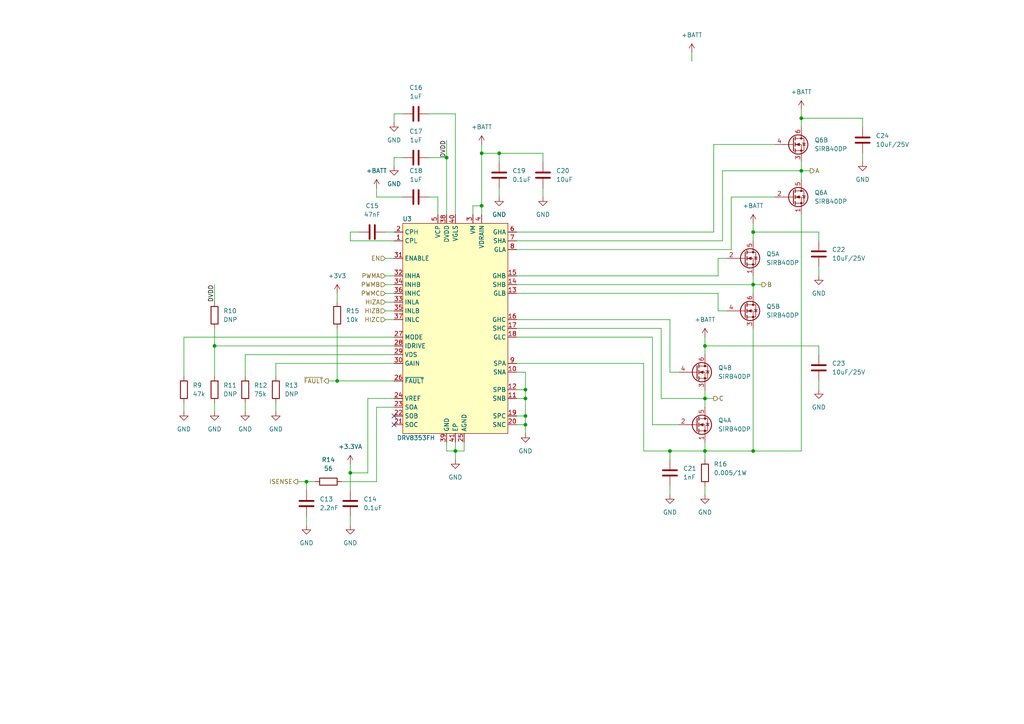
<source format=kicad_sch>
(kicad_sch (version 20210621) (generator eeschema)
  (paper "A4")
  (lib_symbols
    (symbol "Device:C" (pin_numbers hide) (pin_names (offset 0.254))
      (property "Reference" "C" (at 0.635 2.54 0))
      (property "Value" "C" (at 0.635 -2.54 0))
      (symbol "C_0_1"
        (polyline (pts (xy -2.032 -0.762) (xy 2.032 -0.762)) (stroke (width 0.508)))
        (polyline (pts (xy -2.032 0.762) (xy 2.032 0.762)) (stroke (width 0.508)))
      )
      (symbol "C_1_1"
        (pin passive line (at 0 3.81 270) (length 2.794) (name "~") (number "1"))
        (pin passive line (at 0 -3.81 90) (length 2.794) (name "~") (number "2"))
      )
    )
    (symbol "Device:R" (pin_numbers hide) (pin_names (offset 0))
      (property "Reference" "R" (at 2.032 0 90))
      (property "Value" "R" (at 0 0 90))
      (symbol "R_0_1"
        (rectangle (start -1.016 -2.54) (end 1.016 2.54) (stroke (width 0.254)))
      )
      (symbol "R_1_1"
        (pin passive line (at 0 3.81 270) (length 1.27) (name "~") (number "1"))
        (pin passive line (at 0 -3.81 90) (length 1.27) (name "~") (number "2"))
      )
    )
    (symbol "multiesc_symbols:DRV8353FH"
      (property "Reference" "U" (at -13.97 31.75 0))
      (property "Value" "DRV8353FH" (at -11.43 -31.75 0))
      (symbol "DRV8353FH_0_1"
        (rectangle (start -15.24 30.48) (end 15.24 -30.48) (stroke (width 0.1524)) (fill (type background)))
      )
      (symbol "DRV8353FH_1_1"
        (pin passive line (at -17.78 25.4 0) (length 2.54) (name "CPL") (number "1"))
        (pin input line (at 17.78 -12.7 180) (length 2.54) (name "SNA") (number "10"))
        (pin input line (at 17.78 -20.32 180) (length 2.54) (name "SNB") (number "11"))
        (pin input line (at 17.78 -17.78 180) (length 2.54) (name "SPB") (number "12"))
        (pin output line (at 17.78 10.16 180) (length 2.54) (name "GLB") (number "13"))
        (pin input line (at 17.78 12.7 180) (length 2.54) (name "SHB") (number "14"))
        (pin output line (at 17.78 15.24 180) (length 2.54) (name "GHB") (number "15"))
        (pin output line (at 17.78 2.54 180) (length 2.54) (name "GHC") (number "16"))
        (pin input line (at 17.78 0 180) (length 2.54) (name "SHC") (number "17"))
        (pin output line (at 17.78 -2.54 180) (length 2.54) (name "GLC") (number "18"))
        (pin input line (at 17.78 -25.4 180) (length 2.54) (name "SPC") (number "19"))
        (pin passive line (at -17.78 27.94 0) (length 2.54) (name "CPH") (number "2"))
        (pin input line (at 17.78 -27.94 180) (length 2.54) (name "SNC") (number "20"))
        (pin output line (at -17.78 -27.94 0) (length 2.54) (name "SOC") (number "21"))
        (pin output line (at -17.78 -25.4 0) (length 2.54) (name "SOB") (number "22"))
        (pin output line (at -17.78 -22.86 0) (length 2.54) (name "SOA") (number "23"))
        (pin power_in line (at -17.78 -20.32 0) (length 2.54) (name "VREF") (number "24"))
        (pin power_in line (at 2.54 -33.02 90) (length 2.54) (name "AGND") (number "25"))
        (pin open_collector line (at -17.78 -15.24 0) (length 2.54) (name "~{FAULT}") (number "26"))
        (pin input line (at -17.78 -2.54 0) (length 2.54) (name "MODE") (number "27"))
        (pin input line (at -17.78 -5.08 0) (length 2.54) (name "IDRIVE") (number "28"))
        (pin input line (at -17.78 -7.62 0) (length 2.54) (name "VDS") (number "29"))
        (pin power_in line (at 5.08 33.02 270) (length 2.54) (name "VM") (number "3"))
        (pin input line (at -17.78 -10.16 0) (length 2.54) (name "GAIN") (number "30"))
        (pin input line (at -17.78 20.32 0) (length 2.54) (name "ENABLE") (number "31"))
        (pin input line (at -17.78 15.24 0) (length 2.54) (name "INHA") (number "32"))
        (pin input line (at -17.78 7.62 0) (length 2.54) (name "INLA") (number "33"))
        (pin input line (at -17.78 12.7 0) (length 2.54) (name "INHB") (number "34"))
        (pin input line (at -17.78 5.08 0) (length 2.54) (name "INLB") (number "35"))
        (pin input line (at -17.78 10.16 0) (length 2.54) (name "INHC") (number "36"))
        (pin input line (at -17.78 2.54 0) (length 2.54) (name "INLC") (number "37"))
        (pin power_out line (at -2.54 33.02 270) (length 2.54) (name "DVDD") (number "38"))
        (pin power_in line (at -2.54 -33.02 90) (length 2.54) (name "GND") (number "39"))
        (pin input line (at 7.62 33.02 270) (length 2.54) (name "VDRAIN") (number "4"))
        (pin power_out line (at 0 33.02 270) (length 2.54) (name "VGLS") (number "40"))
        (pin power_in line (at 0 -33.02 90) (length 2.54) (name "EP") (number "41"))
        (pin power_out line (at -5.08 33.02 270) (length 2.54) (name "VCP") (number "5"))
        (pin output line (at 17.78 27.94 180) (length 2.54) (name "GHA") (number "6"))
        (pin input line (at 17.78 25.4 180) (length 2.54) (name "SHA") (number "7"))
        (pin output line (at 17.78 22.86 180) (length 2.54) (name "GLA") (number "8"))
        (pin input line (at 17.78 -10.16 180) (length 2.54) (name "SPA") (number "9"))
      )
    )
    (symbol "multiesc_symbols:Q_Dual_NMOS_S1G1S2G2D2D1" (pin_names (offset 0) hide)
      (property "Reference" "Q" (at 6.35 1.27 0))
      (property "Value" "Q_Dual_NMOS_S1G1S2G2D2D1" (at 19.05 -1.27 0))
      (symbol "Q_Dual_NMOS_S1G1S2G2D2D1_0_1"
        (circle (center 1.651 0) (radius 2.794) (stroke (width 0.254)))
        (circle (center 2.54 -1.778) (radius 0.254) (fill (type outline)))
        (circle (center 2.54 1.778) (radius 0.254) (fill (type outline)))
        (polyline (pts (xy 0.254 0) (xy -2.54 0)))
        (polyline (pts (xy 0.254 1.905) (xy 0.254 -1.905)) (stroke (width 0.254)))
        (polyline (pts (xy 0.762 -1.27) (xy 0.762 -2.286)) (stroke (width 0.254)))
        (polyline (pts (xy 0.762 0.508) (xy 0.762 -0.508)) (stroke (width 0.254)))
        (polyline (pts (xy 0.762 2.286) (xy 0.762 1.27)) (stroke (width 0.254)))
        (polyline (pts (xy 2.54 2.54) (xy 2.54 1.778)))
        (polyline (pts (xy 2.54 -2.54) (xy 2.54 0) (xy 0.762 0)))
        (polyline (pts (xy 0.762 -1.778) (xy 3.302 -1.778) (xy 3.302 1.778) (xy 0.762 1.778)))
        (polyline (pts (xy 2.794 0.508) (xy 2.921 0.381) (xy 3.683 0.381) (xy 3.81 0.254)))
        (polyline (pts (xy 3.302 0.381) (xy 2.921 -0.254) (xy 3.683 -0.254) (xy 3.302 0.381)))
        (polyline (pts (xy 1.016 0) (xy 2.032 0.381) (xy 2.032 -0.381) (xy 1.016 0)) (fill (type outline)))
      )
      (symbol "Q_Dual_NMOS_S1G1S2G2D2D1_1_1"
        (pin passive line (at 2.54 -5.08 90) (length 2.54) (name "S") (number "1"))
        (pin input line (at -5.08 0 0) (length 2.54) (name "G") (number "2"))
        (pin passive line (at 2.54 5.08 270) (length 2.54) (name "D") (number "5"))
      )
      (symbol "Q_Dual_NMOS_S1G1S2G2D2D1_2_1"
        (pin passive line (at 2.54 -5.08 90) (length 2.54) (name "S") (number "3"))
        (pin input line (at -5.08 0 0) (length 2.54) (name "G") (number "4"))
        (pin passive line (at 2.54 5.08 270) (length 2.54) (name "D") (number "6"))
      )
    )
    (symbol "power:+3.3V" (power) (pin_names (offset 0))
      (property "Value" "+3.3V" (at 0 3.556 0))
      (symbol "+3.3V_0_1"
        (polyline (pts (xy -0.762 1.27) (xy 0 2.54)))
        (polyline (pts (xy 0 0) (xy 0 2.54)))
        (polyline (pts (xy 0 2.54) (xy 0.762 1.27)))
      )
      (symbol "+3.3V_1_1"
        (pin power_in line (at 0 0 90) (length 0) hide (name "+3V3") (number "1"))
      )
    )
    (symbol "power:+3.3VA" (power) (pin_names (offset 0))
      (property "Value" "+3.3VA" (at 0 3.556 0))
      (symbol "+3.3VA_0_1"
        (polyline (pts (xy -0.762 1.27) (xy 0 2.54)))
        (polyline (pts (xy 0 0) (xy 0 2.54)))
        (polyline (pts (xy 0 2.54) (xy 0.762 1.27)))
      )
      (symbol "+3.3VA_1_1"
        (pin power_in line (at 0 0 90) (length 0) hide (name "+3.3VA") (number "1"))
      )
    )
    (symbol "power:+BATT" (power) (pin_names (offset 0))
      (property "Value" "+BATT" (at 0 3.556 0))
      (symbol "+BATT_0_1"
        (polyline (pts (xy -0.762 1.27) (xy 0 2.54)))
        (polyline (pts (xy 0 0) (xy 0 2.54)))
        (polyline (pts (xy 0 2.54) (xy 0.762 1.27)))
      )
      (symbol "+BATT_1_1"
        (pin power_in line (at 0 0 90) (length 0) hide (name "+BATT") (number "1"))
      )
    )
    (symbol "power:GND" (power) (pin_names (offset 0))
      (property "Value" "GND" (at 0 -3.81 0))
      (symbol "GND_0_1"
        (polyline (pts (xy 0 0) (xy 0 -1.27) (xy 1.27 -1.27) (xy 0 -2.54) (xy -1.27 -1.27) (xy 0 -1.27)))
      )
      (symbol "GND_1_1"
        (pin power_in line (at 0 0 270) (length 0) hide (name "GND") (number "1"))
      )
    )
  )
  (junction (at 62.23 100.33) (diameter 0.9144))
  (junction (at 88.9 139.7) (diameter 0.9144))
  (junction (at 97.79 110.49) (diameter 0.9144))
  (junction (at 101.6 137.16) (diameter 0.9144))
  (junction (at 129.54 45.72) (diameter 0.9144))
  (junction (at 132.08 130.81) (diameter 0.9144))
  (junction (at 139.7 44.45) (diameter 0.9144))
  (junction (at 139.7 59.69) (diameter 0.9144))
  (junction (at 144.78 44.45) (diameter 0.9144))
  (junction (at 152.4 113.03) (diameter 0.9144))
  (junction (at 152.4 115.57) (diameter 0.9144))
  (junction (at 152.4 120.65) (diameter 0.9144))
  (junction (at 152.4 123.19) (diameter 0.9144))
  (junction (at 194.31 130.81) (diameter 0.9144))
  (junction (at 204.47 100.33) (diameter 0.9144))
  (junction (at 204.47 115.57) (diameter 0.9144))
  (junction (at 204.47 130.81) (diameter 0.9144))
  (junction (at 218.44 67.31) (diameter 0.9144))
  (junction (at 218.44 82.55) (diameter 0.9144))
  (junction (at 218.44 130.81) (diameter 0.9144))
  (junction (at 232.41 34.29) (diameter 0.9144))
  (junction (at 232.41 49.53) (diameter 0.9144))
  (no_connect (at 114.3 120.65))
  (no_connect (at 114.3 123.19))
  (wire (pts (xy 53.34 97.79) (xy 53.34 109.22)))
  (wire (pts (xy 53.34 116.84) (xy 53.34 119.38)))
  (wire (pts (xy 62.23 82.55) (xy 62.23 87.63)))
  (wire (pts (xy 62.23 95.25) (xy 62.23 100.33)))
  (wire (pts (xy 62.23 100.33) (xy 62.23 109.22)))
  (wire (pts (xy 62.23 116.84) (xy 62.23 119.38)))
  (wire (pts (xy 71.12 102.87) (xy 71.12 109.22)))
  (wire (pts (xy 71.12 116.84) (xy 71.12 119.38)))
  (wire (pts (xy 80.01 105.41) (xy 114.3 105.41)))
  (wire (pts (xy 80.01 109.22) (xy 80.01 105.41)))
  (wire (pts (xy 80.01 116.84) (xy 80.01 119.38)))
  (wire (pts (xy 86.36 139.7) (xy 88.9 139.7)))
  (wire (pts (xy 88.9 139.7) (xy 88.9 142.24)))
  (wire (pts (xy 88.9 149.86) (xy 88.9 152.4)))
  (wire (pts (xy 91.44 139.7) (xy 88.9 139.7)))
  (wire (pts (xy 95.25 110.49) (xy 97.79 110.49)))
  (wire (pts (xy 97.79 85.09) (xy 97.79 87.63)))
  (wire (pts (xy 97.79 110.49) (xy 97.79 95.25)))
  (wire (pts (xy 97.79 110.49) (xy 114.3 110.49)))
  (wire (pts (xy 101.6 67.31) (xy 104.14 67.31)))
  (wire (pts (xy 101.6 69.85) (xy 101.6 67.31)))
  (wire (pts (xy 101.6 134.62) (xy 101.6 137.16)))
  (wire (pts (xy 101.6 137.16) (xy 101.6 142.24)))
  (wire (pts (xy 101.6 149.86) (xy 101.6 152.4)))
  (wire (pts (xy 106.68 115.57) (xy 106.68 137.16)))
  (wire (pts (xy 106.68 137.16) (xy 101.6 137.16)))
  (wire (pts (xy 109.22 57.15) (xy 109.22 54.61)))
  (wire (pts (xy 109.22 57.15) (xy 116.84 57.15)))
  (wire (pts (xy 109.22 118.11) (xy 109.22 139.7)))
  (wire (pts (xy 109.22 139.7) (xy 99.06 139.7)))
  (wire (pts (xy 111.76 67.31) (xy 114.3 67.31)))
  (wire (pts (xy 111.76 74.93) (xy 114.3 74.93)))
  (wire (pts (xy 111.76 80.01) (xy 114.3 80.01)))
  (wire (pts (xy 111.76 82.55) (xy 114.3 82.55)))
  (wire (pts (xy 111.76 85.09) (xy 114.3 85.09)))
  (wire (pts (xy 111.76 87.63) (xy 114.3 87.63)))
  (wire (pts (xy 111.76 90.17) (xy 114.3 90.17)))
  (wire (pts (xy 111.76 92.71) (xy 114.3 92.71)))
  (wire (pts (xy 114.3 33.02) (xy 114.3 35.56)))
  (wire (pts (xy 114.3 45.72) (xy 114.3 48.26)))
  (wire (pts (xy 114.3 69.85) (xy 101.6 69.85)))
  (wire (pts (xy 114.3 97.79) (xy 53.34 97.79)))
  (wire (pts (xy 114.3 100.33) (xy 62.23 100.33)))
  (wire (pts (xy 114.3 102.87) (xy 71.12 102.87)))
  (wire (pts (xy 114.3 115.57) (xy 106.68 115.57)))
  (wire (pts (xy 114.3 118.11) (xy 109.22 118.11)))
  (wire (pts (xy 116.84 33.02) (xy 114.3 33.02)))
  (wire (pts (xy 116.84 45.72) (xy 114.3 45.72)))
  (wire (pts (xy 124.46 33.02) (xy 132.08 33.02)))
  (wire (pts (xy 124.46 45.72) (xy 129.54 45.72)))
  (wire (pts (xy 124.46 57.15) (xy 127 57.15)))
  (wire (pts (xy 127 57.15) (xy 127 62.23)))
  (wire (pts (xy 129.54 40.64) (xy 129.54 45.72)))
  (wire (pts (xy 129.54 45.72) (xy 129.54 62.23)))
  (wire (pts (xy 129.54 128.27) (xy 129.54 130.81)))
  (wire (pts (xy 129.54 130.81) (xy 132.08 130.81)))
  (wire (pts (xy 132.08 33.02) (xy 132.08 62.23)))
  (wire (pts (xy 132.08 128.27) (xy 132.08 130.81)))
  (wire (pts (xy 132.08 130.81) (xy 132.08 133.35)))
  (wire (pts (xy 132.08 130.81) (xy 134.62 130.81)))
  (wire (pts (xy 134.62 130.81) (xy 134.62 128.27)))
  (wire (pts (xy 137.16 59.69) (xy 139.7 59.69)))
  (wire (pts (xy 137.16 62.23) (xy 137.16 59.69)))
  (wire (pts (xy 139.7 44.45) (xy 139.7 41.91)))
  (wire (pts (xy 139.7 44.45) (xy 139.7 59.69)))
  (wire (pts (xy 139.7 59.69) (xy 139.7 62.23)))
  (wire (pts (xy 144.78 44.45) (xy 139.7 44.45)))
  (wire (pts (xy 144.78 44.45) (xy 144.78 46.99)))
  (wire (pts (xy 144.78 54.61) (xy 144.78 57.15)))
  (wire (pts (xy 149.86 82.55) (xy 218.44 82.55)))
  (wire (pts (xy 149.86 105.41) (xy 186.69 105.41)))
  (wire (pts (xy 149.86 113.03) (xy 152.4 113.03)))
  (wire (pts (xy 149.86 115.57) (xy 152.4 115.57)))
  (wire (pts (xy 149.86 120.65) (xy 152.4 120.65)))
  (wire (pts (xy 149.86 123.19) (xy 152.4 123.19)))
  (wire (pts (xy 152.4 107.95) (xy 149.86 107.95)))
  (wire (pts (xy 152.4 113.03) (xy 152.4 107.95)))
  (wire (pts (xy 152.4 115.57) (xy 152.4 113.03)))
  (wire (pts (xy 152.4 120.65) (xy 152.4 115.57)))
  (wire (pts (xy 152.4 123.19) (xy 152.4 120.65)))
  (wire (pts (xy 152.4 123.19) (xy 152.4 125.73)))
  (wire (pts (xy 157.48 44.45) (xy 144.78 44.45)))
  (wire (pts (xy 157.48 46.99) (xy 157.48 44.45)))
  (wire (pts (xy 157.48 54.61) (xy 157.48 57.15)))
  (wire (pts (xy 186.69 105.41) (xy 186.69 130.81)))
  (wire (pts (xy 186.69 130.81) (xy 194.31 130.81)))
  (wire (pts (xy 189.23 97.79) (xy 149.86 97.79)))
  (wire (pts (xy 189.23 123.19) (xy 189.23 97.79)))
  (wire (pts (xy 191.77 95.25) (xy 149.86 95.25)))
  (wire (pts (xy 191.77 115.57) (xy 191.77 95.25)))
  (wire (pts (xy 194.31 92.71) (xy 149.86 92.71)))
  (wire (pts (xy 194.31 107.95) (xy 194.31 92.71)))
  (wire (pts (xy 194.31 130.81) (xy 194.31 133.35)))
  (wire (pts (xy 194.31 130.81) (xy 204.47 130.81)))
  (wire (pts (xy 194.31 140.97) (xy 194.31 143.51)))
  (wire (pts (xy 196.85 107.95) (xy 194.31 107.95)))
  (wire (pts (xy 196.85 123.19) (xy 189.23 123.19)))
  (wire (pts (xy 200.66 15.24) (xy 200.66 17.78)))
  (wire (pts (xy 204.47 97.79) (xy 204.47 100.33)))
  (wire (pts (xy 204.47 100.33) (xy 204.47 102.87)))
  (wire (pts (xy 204.47 113.03) (xy 204.47 115.57)))
  (wire (pts (xy 204.47 115.57) (xy 191.77 115.57)))
  (wire (pts (xy 204.47 115.57) (xy 204.47 118.11)))
  (wire (pts (xy 204.47 115.57) (xy 207.01 115.57)))
  (wire (pts (xy 204.47 128.27) (xy 204.47 130.81)))
  (wire (pts (xy 204.47 130.81) (xy 204.47 133.35)))
  (wire (pts (xy 204.47 140.97) (xy 204.47 143.51)))
  (wire (pts (xy 207.01 41.91) (xy 207.01 67.31)))
  (wire (pts (xy 207.01 67.31) (xy 149.86 67.31)))
  (wire (pts (xy 208.28 74.93) (xy 208.28 80.01)))
  (wire (pts (xy 208.28 80.01) (xy 149.86 80.01)))
  (wire (pts (xy 208.28 85.09) (xy 149.86 85.09)))
  (wire (pts (xy 208.28 90.17) (xy 208.28 85.09)))
  (wire (pts (xy 209.55 49.53) (xy 209.55 69.85)))
  (wire (pts (xy 209.55 69.85) (xy 149.86 69.85)))
  (wire (pts (xy 210.82 74.93) (xy 208.28 74.93)))
  (wire (pts (xy 210.82 90.17) (xy 208.28 90.17)))
  (wire (pts (xy 212.09 57.15) (xy 212.09 72.39)))
  (wire (pts (xy 212.09 72.39) (xy 149.86 72.39)))
  (wire (pts (xy 218.44 64.77) (xy 218.44 67.31)))
  (wire (pts (xy 218.44 67.31) (xy 218.44 69.85)))
  (wire (pts (xy 218.44 80.01) (xy 218.44 82.55)))
  (wire (pts (xy 218.44 82.55) (xy 218.44 85.09)))
  (wire (pts (xy 218.44 82.55) (xy 220.98 82.55)))
  (wire (pts (xy 218.44 95.25) (xy 218.44 130.81)))
  (wire (pts (xy 218.44 130.81) (xy 204.47 130.81)))
  (wire (pts (xy 224.79 41.91) (xy 207.01 41.91)))
  (wire (pts (xy 224.79 57.15) (xy 212.09 57.15)))
  (wire (pts (xy 232.41 31.75) (xy 232.41 34.29)))
  (wire (pts (xy 232.41 34.29) (xy 232.41 36.83)))
  (wire (pts (xy 232.41 46.99) (xy 232.41 49.53)))
  (wire (pts (xy 232.41 49.53) (xy 209.55 49.53)))
  (wire (pts (xy 232.41 49.53) (xy 232.41 52.07)))
  (wire (pts (xy 232.41 49.53) (xy 234.95 49.53)))
  (wire (pts (xy 232.41 62.23) (xy 232.41 130.81)))
  (wire (pts (xy 232.41 130.81) (xy 218.44 130.81)))
  (wire (pts (xy 237.49 67.31) (xy 218.44 67.31)))
  (wire (pts (xy 237.49 69.85) (xy 237.49 67.31)))
  (wire (pts (xy 237.49 77.47) (xy 237.49 80.01)))
  (wire (pts (xy 237.49 100.33) (xy 204.47 100.33)))
  (wire (pts (xy 237.49 102.87) (xy 237.49 100.33)))
  (wire (pts (xy 237.49 110.49) (xy 237.49 113.03)))
  (wire (pts (xy 250.19 34.29) (xy 232.41 34.29)))
  (wire (pts (xy 250.19 36.83) (xy 250.19 34.29)))
  (wire (pts (xy 250.19 44.45) (xy 250.19 46.99)))
  (label "DVDD" (at 62.23 82.55 270))
  (label "DVDD" (at 129.54 40.64 270))
  (hierarchical_label "ISENSE" (shape output) (at 86.36 139.7 180))
  (hierarchical_label "~{FAULT}" (shape output) (at 95.25 110.49 180))
  (hierarchical_label "EN" (shape input) (at 111.76 74.93 180))
  (hierarchical_label "PWMA" (shape input) (at 111.76 80.01 180))
  (hierarchical_label "PWMB" (shape input) (at 111.76 82.55 180))
  (hierarchical_label "PWMC" (shape input) (at 111.76 85.09 180))
  (hierarchical_label "HIZA" (shape input) (at 111.76 87.63 180))
  (hierarchical_label "HIZB" (shape input) (at 111.76 90.17 180))
  (hierarchical_label "HIZC" (shape input) (at 111.76 92.71 180))
  (hierarchical_label "C" (shape output) (at 207.01 115.57 0))
  (hierarchical_label "B" (shape output) (at 220.98 82.55 0))
  (hierarchical_label "A" (shape output) (at 234.95 49.53 0))
  (symbol (lib_id "power:+3.3V") (at 97.79 85.09 0) (unit 1)
    (property "Reference" "#PWR0218" (effects hide))
    (property "Value" "+3.3V" (at 97.79 80.01 0))
  )
  (symbol (lib_id "power:+3.3VA") (at 101.6 134.62 0) (unit 1)
    (property "Reference" "#PWR0206" (effects hide))
    (property "Value" "+3.3VA" (at 101.6 129.54 0))
  )
  (symbol (lib_id "power:+BATT") (at 109.22 54.61 0) (unit 1)
    (property "Reference" "#PWR0131" (effects hide))
    (property "Value" "+BATT" (at 109.22 49.53 0))
  )
  (symbol (lib_id "power:+BATT") (at 139.7 41.91 0) (unit 1)
    (property "Reference" "#PWR0119" (effects hide))
    (property "Value" "+BATT" (at 139.7 36.83 0))
  )
  (symbol (lib_id "power:+BATT") (at 200.66 15.24 0) (unit 1)
    (property "Reference" "#PWR0126" (effects hide))
    (property "Value" "+BATT" (at 200.66 10.16 0))
  )
  (symbol (lib_id "power:+BATT") (at 204.47 97.79 0) (unit 1)
    (property "Reference" "#PWR0123" (effects hide))
    (property "Value" "+BATT" (at 204.47 92.71 0))
  )
  (symbol (lib_id "power:+BATT") (at 218.44 64.77 0) (unit 1)
    (property "Reference" "#PWR0129" (effects hide))
    (property "Value" "+BATT" (at 218.44 59.69 0))
  )
  (symbol (lib_id "power:+BATT") (at 232.41 31.75 0) (unit 1)
    (property "Reference" "#PWR0128" (effects hide))
    (property "Value" "+BATT" (at 232.41 26.67 0))
  )
  (symbol (lib_id "power:GND") (at 53.34 119.38 0) (unit 1)
    (property "Reference" "#PWR0138" (effects hide))
    (property "Value" "GND" (at 53.34 124.46 0))
  )
  (symbol (lib_id "power:GND") (at 62.23 119.38 0) (unit 1)
    (property "Reference" "#PWR0137" (effects hide))
    (property "Value" "GND" (at 62.23 124.46 0))
  )
  (symbol (lib_id "power:GND") (at 71.12 119.38 0) (unit 1)
    (property "Reference" "#PWR0135" (effects hide))
    (property "Value" "GND" (at 71.12 124.46 0))
  )
  (symbol (lib_id "power:GND") (at 80.01 119.38 0) (unit 1)
    (property "Reference" "#PWR0136" (effects hide))
    (property "Value" "GND" (at 80.01 124.46 0))
  )
  (symbol (lib_id "power:GND") (at 88.9 152.4 0) (unit 1)
    (property "Reference" "#PWR0140" (effects hide))
    (property "Value" "GND" (at 88.9 157.48 0))
  )
  (symbol (lib_id "power:GND") (at 101.6 152.4 0) (unit 1)
    (property "Reference" "#PWR0139" (effects hide))
    (property "Value" "GND" (at 101.6 157.48 0))
  )
  (symbol (lib_id "power:GND") (at 114.3 35.56 0) (unit 1)
    (property "Reference" "#PWR0130" (effects hide))
    (property "Value" "GND" (at 114.3 40.64 0))
  )
  (symbol (lib_id "power:GND") (at 114.3 48.26 0) (unit 1)
    (property "Reference" "#PWR0132" (effects hide))
    (property "Value" "GND" (at 114.3 53.34 0))
  )
  (symbol (lib_id "power:GND") (at 132.08 133.35 0) (unit 1)
    (property "Reference" "#PWR0134" (effects hide))
    (property "Value" "GND" (at 132.08 138.43 0))
  )
  (symbol (lib_id "power:GND") (at 144.78 57.15 0) (unit 1)
    (property "Reference" "#PWR0118" (effects hide))
    (property "Value" "GND" (at 144.78 62.23 0))
  )
  (symbol (lib_id "power:GND") (at 152.4 125.73 0) (unit 1)
    (property "Reference" "#PWR0133" (effects hide))
    (property "Value" "GND" (at 152.4 130.81 0))
  )
  (symbol (lib_id "power:GND") (at 157.48 57.15 0) (unit 1)
    (property "Reference" "#PWR0120" (effects hide))
    (property "Value" "GND" (at 157.48 62.23 0))
  )
  (symbol (lib_id "power:GND") (at 194.31 143.51 0) (unit 1)
    (property "Reference" "#PWR0122" (effects hide))
    (property "Value" "GND" (at 194.31 148.59 0))
  )
  (symbol (lib_id "power:GND") (at 204.47 143.51 0) (unit 1)
    (property "Reference" "#PWR0121" (effects hide))
    (property "Value" "GND" (at 204.47 148.59 0))
  )
  (symbol (lib_id "power:GND") (at 237.49 80.01 0) (unit 1)
    (property "Reference" "#PWR0124" (effects hide))
    (property "Value" "GND" (at 237.49 85.09 0))
  )
  (symbol (lib_id "power:GND") (at 237.49 113.03 0) (unit 1)
    (property "Reference" "#PWR0125" (effects hide))
    (property "Value" "GND" (at 237.49 118.11 0))
  )
  (symbol (lib_id "power:GND") (at 250.19 46.99 0) (unit 1)
    (property "Reference" "#PWR0127" (effects hide))
    (property "Value" "GND" (at 250.19 52.07 0))
  )
  (symbol (lib_id "Device:R") (at 53.34 113.03 180) (unit 1)
    (property "Reference" "R9" (at 55.88 111.7599 0) (effects (justify right)))
    (property "Value" "47k" (at 55.88 114.2999 0) (effects (justify right)))
    (property "Footprint" "Resistor_SMD:R_0402_1005Metric" (effects hide))
  )
  (symbol (lib_id "Device:R") (at 62.23 91.44 180) (unit 1)
    (property "Reference" "R10" (at 64.77 90.1699 0) (effects (justify right)))
    (property "Value" "DNP" (at 64.77 92.7099 0) (effects (justify right)))
    (property "Footprint" "Resistor_SMD:R_0402_1005Metric" (effects hide))
  )
  (symbol (lib_id "Device:R") (at 62.23 113.03 180) (unit 1)
    (property "Reference" "R11" (at 64.77 111.7599 0) (effects (justify right)))
    (property "Value" "DNP" (at 64.77 114.2999 0) (effects (justify right)))
    (property "Footprint" "Resistor_SMD:R_0402_1005Metric" (effects hide))
  )
  (symbol (lib_id "Device:R") (at 71.12 113.03 180) (unit 1)
    (property "Reference" "R12" (at 73.66 111.7599 0) (effects (justify right)))
    (property "Value" "75k" (at 73.66 114.2999 0) (effects (justify right)))
    (property "Footprint" "Resistor_SMD:R_0402_1005Metric" (effects hide))
  )
  (symbol (lib_id "Device:R") (at 80.01 113.03 180) (unit 1)
    (property "Reference" "R13" (at 82.55 111.7599 0) (effects (justify right)))
    (property "Value" "DNP" (at 82.55 114.2999 0) (effects (justify right)))
    (property "Footprint" "Resistor_SMD:R_0402_1005Metric" (effects hide))
  )
  (symbol (lib_id "Device:R") (at 95.25 139.7 90) (unit 1)
    (property "Reference" "R14" (at 95.25 133.35 90))
    (property "Value" "56" (at 95.25 135.89 90))
    (property "Footprint" "Resistor_SMD:R_0402_1005Metric" (effects hide))
  )
  (symbol (lib_id "Device:R") (at 97.79 91.44 180) (unit 1)
    (property "Reference" "R15" (at 100.33 90.1699 0) (effects (justify right)))
    (property "Value" "10k" (at 100.33 92.7099 0) (effects (justify right)))
    (property "Footprint" "Resistor_SMD:R_0402_1005Metric" (effects hide))
  )
  (symbol (lib_id "Device:R") (at 204.47 137.16 0) (unit 1)
    (property "Reference" "R16" (at 207.01 134.6199 0) (effects (justify left)))
    (property "Value" "0.005{slash}1W" (at 207.01 137.1599 0) (effects (justify left)))
    (property "Footprint" "Resistor_SMD:R_0612_1632Metric" (effects hide))
  )
  (symbol (lib_id "Device:C") (at 88.9 146.05 180) (unit 1)
    (property "Reference" "C13" (at 92.71 144.7799 0) (effects (justify right)))
    (property "Value" "2.2nF" (at 92.71 147.3199 0) (effects (justify right)))
    (property "Footprint" "Capacitor_SMD:C_0402_1005Metric" (effects hide))
  )
  (symbol (lib_id "Device:C") (at 101.6 146.05 180) (unit 1)
    (property "Reference" "C14" (at 105.41 144.7799 0) (effects (justify right)))
    (property "Value" "0.1uF" (at 105.41 147.3199 0) (effects (justify right)))
    (property "Footprint" "Capacitor_SMD:C_0402_1005Metric" (effects hide))
    (property "Digikey" "1276-6720-1-ND" (effects hide))
  )
  (symbol (lib_id "Device:C") (at 107.95 67.31 90) (unit 1)
    (property "Reference" "C15" (at 107.95 59.69 90))
    (property "Value" "47nF" (at 107.95 62.23 90))
    (property "Footprint" "Capacitor_SMD:C_0402_1005Metric" (effects hide))
    (property "Digikey" "587-1225-1-ND" (effects hide))
  )
  (symbol (lib_id "Device:C") (at 120.65 33.02 270) (unit 1)
    (property "Reference" "C16" (at 120.65 25.4 90))
    (property "Value" "1uF" (at 120.65 27.94 90))
    (property "Footprint" "Capacitor_SMD:C_0603_1608Metric" (effects hide))
    (property "Digikey" "1276-1184-1-ND" (effects hide))
  )
  (symbol (lib_id "Device:C") (at 120.65 45.72 270) (unit 1)
    (property "Reference" "C17" (at 120.65 38.1 90))
    (property "Value" "1uF" (at 120.65 40.64 90))
    (property "Footprint" "Capacitor_SMD:C_0603_1608Metric" (effects hide))
    (property "Digikey" "1276-1184-1-ND" (effects hide))
  )
  (symbol (lib_id "Device:C") (at 120.65 57.15 270) (unit 1)
    (property "Reference" "C18" (at 120.65 49.53 90))
    (property "Value" "1uF" (at 120.65 52.07 90))
    (property "Footprint" "Capacitor_SMD:C_0603_1608Metric" (effects hide))
    (property "Digikey" "1276-1184-1-ND" (effects hide))
  )
  (symbol (lib_id "Device:C") (at 144.78 50.8 180) (unit 1)
    (property "Reference" "C19" (at 148.59 49.5299 0) (effects (justify right)))
    (property "Value" "0.1uF" (at 148.59 52.0699 0) (effects (justify right)))
    (property "Footprint" "Capacitor_SMD:C_0402_1005Metric" (effects hide))
    (property "Digikey" "1276-6720-1-ND" (effects hide))
  )
  (symbol (lib_id "Device:C") (at 157.48 50.8 180) (unit 1)
    (property "Reference" "C20" (at 161.29 49.5299 0) (effects (justify right)))
    (property "Value" "10uF" (at 161.29 52.0699 0) (effects (justify right)))
    (property "Footprint" "Capacitor_SMD:C_0805_2012Metric" (effects hide))
  )
  (symbol (lib_id "Device:C") (at 194.31 137.16 180) (unit 1)
    (property "Reference" "C21" (at 198.12 135.8899 0) (effects (justify right)))
    (property "Value" "1nF" (at 198.12 138.4299 0) (effects (justify right)))
    (property "Footprint" "Resistor_SMD:R_0402_1005Metric" (effects hide))
    (property "Digikey" "732-7556-1-ND" (effects hide))
  )
  (symbol (lib_id "Device:C") (at 237.49 73.66 0) (unit 1)
    (property "Reference" "C22" (at 241.3 72.3899 0) (effects (justify left)))
    (property "Value" "10uF{slash}25V" (at 241.3 74.9299 0) (effects (justify left)))
    (property "Footprint" "Capacitor_SMD:C_0805_2012Metric" (effects hide))
  )
  (symbol (lib_id "Device:C") (at 237.49 106.68 0) (unit 1)
    (property "Reference" "C23" (at 241.3 105.4099 0) (effects (justify left)))
    (property "Value" "10uF{slash}25V" (at 241.3 107.9499 0) (effects (justify left)))
    (property "Footprint" "Capacitor_SMD:C_0805_2012Metric" (effects hide))
  )
  (symbol (lib_id "Device:C") (at 250.19 40.64 0) (unit 1)
    (property "Reference" "C24" (at 254 39.3699 0) (effects (justify left)))
    (property "Value" "10uF{slash}25V" (at 254 41.9099 0) (effects (justify left)))
    (property "Footprint" "Capacitor_SMD:C_0805_2012Metric" (effects hide))
  )
  (symbol (lib_id "multiesc_symbols:Q_Dual_NMOS_S1G1S2G2D2D1") (at 201.93 107.95 0) (unit 2)
    (property "Reference" "Q4" (at 208.28 106.6799 0) (effects (justify left)))
    (property "Value" "SiRB40DP" (at 208.28 109.2199 0) (effects (justify left)))
    (property "Footprint" "Package_SO:PowerPAK_SO-8_Dual" (effects hide))
  )
  (symbol (lib_id "multiesc_symbols:Q_Dual_NMOS_S1G1S2G2D2D1") (at 201.93 123.19 0) (unit 1)
    (property "Reference" "Q4" (at 208.28 121.9199 0) (effects (justify left)))
    (property "Value" "SiRB40DP" (at 208.28 124.4599 0) (effects (justify left)))
    (property "Footprint" "Package_SO:PowerPAK_SO-8_Dual" (effects hide))
  )
  (symbol (lib_id "multiesc_symbols:Q_Dual_NMOS_S1G1S2G2D2D1") (at 215.9 74.93 0) (unit 1)
    (property "Reference" "Q5" (at 222.25 73.6599 0) (effects (justify left)))
    (property "Value" "SiRB40DP" (at 222.25 76.1999 0) (effects (justify left)))
    (property "Footprint" "Package_SO:PowerPAK_SO-8_Dual" (effects hide))
  )
  (symbol (lib_id "multiesc_symbols:Q_Dual_NMOS_S1G1S2G2D2D1") (at 215.9 90.17 0) (unit 2)
    (property "Reference" "Q5" (at 222.25 88.8999 0) (effects (justify left)))
    (property "Value" "SiRB40DP" (at 222.25 91.4399 0) (effects (justify left)))
    (property "Footprint" "Package_SO:PowerPAK_SO-8_Dual" (effects hide))
  )
  (symbol (lib_id "multiesc_symbols:Q_Dual_NMOS_S1G1S2G2D2D1") (at 229.87 41.91 0) (unit 2)
    (property "Reference" "Q6" (at 236.22 40.6399 0) (effects (justify left)))
    (property "Value" "SiRB40DP" (at 236.22 43.1799 0) (effects (justify left)))
    (property "Footprint" "Package_SO:PowerPAK_SO-8_Dual" (effects hide))
  )
  (symbol (lib_id "multiesc_symbols:Q_Dual_NMOS_S1G1S2G2D2D1") (at 229.87 57.15 0) (unit 1)
    (property "Reference" "Q6" (at 236.22 55.8799 0) (effects (justify left)))
    (property "Value" "SiRB40DP" (at 236.22 58.4199 0) (effects (justify left)))
    (property "Footprint" "Package_SO:PowerPAK_SO-8_Dual" (effects hide))
  )
  (symbol (lib_id "multiesc_symbols:DRV8353FH") (at 132.08 95.25 0) (unit 1)
    (property "Reference" "U3" (at 118.11 63.5 0))
    (property "Value" "DRV8353FH" (at 120.65 127 0))
    (property "Footprint" "Package_DFN_QFN:Texas_S-PVQFN-N40_EP4.15x4.15mm" (effects hide))
    (property "Datasheet" "https://www.ti.com/lit/ds/symlink/drv8353f.pdf" (effects hide))
  )
)
</source>
